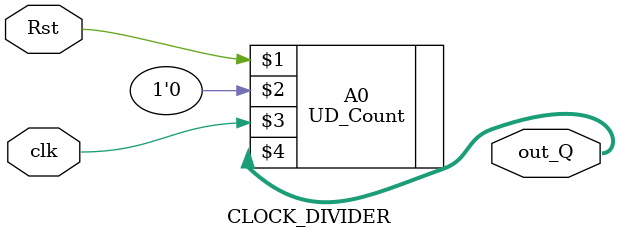
<source format=v>
module CLOCK_DIVIDER (clk, out_Q, Rst); 

input   clk, Rst;
output  [3:0] out_Q;
wire    [3:0] Q;

UD_Count A0(Rst, 1'b0, clk, out_Q);

endmodule
</source>
